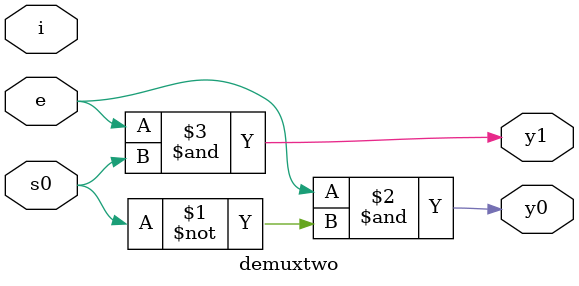
<source format=v>
module demuxtwo(i,e,s0,y0,y1);
input i,e,s0;
output y0,y1;

assign y0=e&~s0;
assign y1=e&s0;

endmodule
</source>
